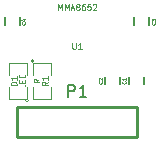
<source format=gto>
G04 (created by PCBNEW (2013-07-07 BZR 4022)-stable) date 1/30/2015 12:57:55 AM*
%MOIN*%
G04 Gerber Fmt 3.4, Leading zero omitted, Abs format*
%FSLAX34Y34*%
G01*
G70*
G90*
G04 APERTURE LIST*
%ADD10C,0.00590551*%
%ADD11C,0.0039*%
%ADD12C,0.01*%
%ADD13C,0.005*%
%ADD14C,0.0043*%
%ADD15C,0.008*%
%ADD16C,0.00492126*%
%ADD17C,0.0024*%
%ADD18R,0.055X0.035*%
%ADD19R,0.06X0.06*%
%ADD20C,0.06*%
%ADD21R,0.0255906X0.00885827*%
%ADD22R,0.059X0.0512*%
G04 APERTURE END LIST*
G54D10*
G54D11*
X83608Y-57420D02*
G75*
G03X83608Y-57420I-50J0D01*
G74*
G01*
X83558Y-57870D02*
X83558Y-57470D01*
X83558Y-57470D02*
X84158Y-57470D01*
X84158Y-57470D02*
X84158Y-57870D01*
X84158Y-58270D02*
X84158Y-58670D01*
X84158Y-58670D02*
X83558Y-58670D01*
X83558Y-58670D02*
X83558Y-58270D01*
X83420Y-58720D02*
G75*
G03X83420Y-58720I-50J0D01*
G74*
G01*
X83370Y-58270D02*
X83370Y-58670D01*
X83370Y-58670D02*
X82770Y-58670D01*
X82770Y-58670D02*
X82770Y-58270D01*
X82770Y-57870D02*
X82770Y-57470D01*
X82770Y-57470D02*
X83370Y-57470D01*
X83370Y-57470D02*
X83370Y-57870D01*
G54D12*
X87039Y-59948D02*
X83039Y-59948D01*
X87039Y-58948D02*
X83039Y-58948D01*
X83039Y-58948D02*
X83039Y-59948D01*
X87039Y-59948D02*
X87039Y-58948D01*
G54D13*
X85970Y-57820D02*
X86470Y-57820D01*
X85970Y-58320D02*
X86460Y-58320D01*
X85970Y-58470D02*
X85970Y-57670D01*
X85970Y-57670D02*
X86470Y-57670D01*
X86470Y-57670D02*
X86470Y-58470D01*
X86470Y-58470D02*
X85970Y-58470D01*
X87454Y-56352D02*
X86954Y-56352D01*
X87454Y-55852D02*
X86964Y-55852D01*
X87454Y-55702D02*
X87454Y-56502D01*
X87454Y-56502D02*
X86954Y-56502D01*
X86954Y-56502D02*
X86954Y-55702D01*
X86954Y-55702D02*
X87454Y-55702D01*
X83124Y-56352D02*
X82624Y-56352D01*
X83124Y-55852D02*
X82634Y-55852D01*
X83124Y-55702D02*
X83124Y-56502D01*
X83124Y-56502D02*
X82624Y-56502D01*
X82624Y-56502D02*
X82624Y-55702D01*
X82624Y-55702D02*
X83124Y-55702D01*
X86757Y-57820D02*
X87257Y-57820D01*
X86757Y-58320D02*
X87247Y-58320D01*
X86757Y-58470D02*
X86757Y-57670D01*
X86757Y-57670D02*
X87257Y-57670D01*
X87257Y-57670D02*
X87257Y-58470D01*
X87257Y-58470D02*
X86757Y-58470D01*
G54D14*
X84063Y-58103D02*
X83969Y-58169D01*
X84063Y-58216D02*
X83866Y-58216D01*
X83866Y-58141D01*
X83875Y-58122D01*
X83884Y-58113D01*
X83903Y-58103D01*
X83931Y-58103D01*
X83950Y-58113D01*
X83959Y-58122D01*
X83969Y-58141D01*
X83969Y-58216D01*
X84063Y-57916D02*
X84063Y-58028D01*
X84063Y-57972D02*
X83866Y-57972D01*
X83894Y-57991D01*
X83912Y-58009D01*
X83922Y-58028D01*
X83788Y-58009D02*
X83694Y-58075D01*
X83788Y-58122D02*
X83591Y-58122D01*
X83591Y-58047D01*
X83600Y-58028D01*
X83609Y-58019D01*
X83628Y-58009D01*
X83656Y-58009D01*
X83675Y-58019D01*
X83684Y-58028D01*
X83694Y-58047D01*
X83694Y-58122D01*
X83025Y-58216D02*
X82828Y-58216D01*
X82828Y-58169D01*
X82837Y-58141D01*
X82856Y-58122D01*
X82875Y-58113D01*
X82913Y-58103D01*
X82941Y-58103D01*
X82978Y-58113D01*
X82997Y-58122D01*
X83016Y-58141D01*
X83025Y-58169D01*
X83025Y-58216D01*
X83025Y-57916D02*
X83025Y-58028D01*
X83025Y-57972D02*
X82828Y-57972D01*
X82856Y-57991D01*
X82875Y-58009D01*
X82884Y-58028D01*
X83300Y-58197D02*
X83300Y-58291D01*
X83103Y-58291D01*
X83197Y-58131D02*
X83197Y-58066D01*
X83300Y-58038D02*
X83300Y-58131D01*
X83103Y-58131D01*
X83103Y-58038D01*
X83300Y-57953D02*
X83103Y-57953D01*
X83103Y-57906D01*
X83112Y-57878D01*
X83131Y-57859D01*
X83150Y-57850D01*
X83188Y-57841D01*
X83216Y-57841D01*
X83253Y-57850D01*
X83272Y-57859D01*
X83291Y-57878D01*
X83300Y-57906D01*
X83300Y-57953D01*
G54D15*
X84744Y-58610D02*
X84744Y-58210D01*
X84896Y-58210D01*
X84934Y-58229D01*
X84953Y-58248D01*
X84972Y-58286D01*
X84972Y-58344D01*
X84953Y-58382D01*
X84934Y-58401D01*
X84896Y-58420D01*
X84744Y-58420D01*
X85353Y-58610D02*
X85125Y-58610D01*
X85239Y-58610D02*
X85239Y-58210D01*
X85201Y-58267D01*
X85163Y-58305D01*
X85125Y-58325D01*
G54D16*
X84889Y-56811D02*
X84889Y-56971D01*
X84898Y-56990D01*
X84908Y-56999D01*
X84926Y-57008D01*
X84964Y-57008D01*
X84983Y-56999D01*
X84992Y-56990D01*
X85001Y-56971D01*
X85001Y-56811D01*
X85198Y-57008D02*
X85086Y-57008D01*
X85142Y-57008D02*
X85142Y-56811D01*
X85123Y-56840D01*
X85104Y-56858D01*
X85086Y-56868D01*
X84401Y-55709D02*
X84401Y-55512D01*
X84467Y-55653D01*
X84533Y-55512D01*
X84533Y-55709D01*
X84626Y-55709D02*
X84626Y-55512D01*
X84692Y-55653D01*
X84758Y-55512D01*
X84758Y-55709D01*
X84842Y-55653D02*
X84936Y-55653D01*
X84823Y-55709D02*
X84889Y-55512D01*
X84955Y-55709D01*
X85048Y-55597D02*
X85029Y-55587D01*
X85020Y-55578D01*
X85011Y-55559D01*
X85011Y-55550D01*
X85020Y-55531D01*
X85029Y-55522D01*
X85048Y-55512D01*
X85086Y-55512D01*
X85104Y-55522D01*
X85114Y-55531D01*
X85123Y-55550D01*
X85123Y-55559D01*
X85114Y-55578D01*
X85104Y-55587D01*
X85086Y-55597D01*
X85048Y-55597D01*
X85029Y-55606D01*
X85020Y-55615D01*
X85011Y-55634D01*
X85011Y-55672D01*
X85020Y-55690D01*
X85029Y-55700D01*
X85048Y-55709D01*
X85086Y-55709D01*
X85104Y-55700D01*
X85114Y-55690D01*
X85123Y-55672D01*
X85123Y-55634D01*
X85114Y-55615D01*
X85104Y-55606D01*
X85086Y-55597D01*
X85292Y-55512D02*
X85254Y-55512D01*
X85236Y-55522D01*
X85226Y-55531D01*
X85208Y-55559D01*
X85198Y-55597D01*
X85198Y-55672D01*
X85208Y-55690D01*
X85217Y-55700D01*
X85236Y-55709D01*
X85273Y-55709D01*
X85292Y-55700D01*
X85301Y-55690D01*
X85311Y-55672D01*
X85311Y-55625D01*
X85301Y-55606D01*
X85292Y-55597D01*
X85273Y-55587D01*
X85236Y-55587D01*
X85217Y-55597D01*
X85208Y-55606D01*
X85198Y-55625D01*
X85489Y-55512D02*
X85395Y-55512D01*
X85386Y-55606D01*
X85395Y-55597D01*
X85414Y-55587D01*
X85461Y-55587D01*
X85479Y-55597D01*
X85489Y-55606D01*
X85498Y-55625D01*
X85498Y-55672D01*
X85489Y-55690D01*
X85479Y-55700D01*
X85461Y-55709D01*
X85414Y-55709D01*
X85395Y-55700D01*
X85386Y-55690D01*
X85573Y-55531D02*
X85583Y-55522D01*
X85601Y-55512D01*
X85648Y-55512D01*
X85667Y-55522D01*
X85676Y-55531D01*
X85686Y-55550D01*
X85686Y-55568D01*
X85676Y-55597D01*
X85564Y-55709D01*
X85686Y-55709D01*
G54D17*
X85866Y-58090D02*
X85872Y-58096D01*
X85878Y-58113D01*
X85878Y-58124D01*
X85872Y-58141D01*
X85861Y-58152D01*
X85850Y-58157D01*
X85827Y-58163D01*
X85810Y-58163D01*
X85788Y-58157D01*
X85777Y-58152D01*
X85765Y-58141D01*
X85760Y-58124D01*
X85760Y-58113D01*
X85765Y-58096D01*
X85771Y-58090D01*
X85771Y-58045D02*
X85765Y-58039D01*
X85760Y-58028D01*
X85760Y-58000D01*
X85765Y-57989D01*
X85771Y-57983D01*
X85782Y-57978D01*
X85793Y-57978D01*
X85810Y-57983D01*
X85878Y-58051D01*
X85878Y-57978D01*
X87631Y-56122D02*
X87636Y-56127D01*
X87642Y-56144D01*
X87642Y-56155D01*
X87636Y-56172D01*
X87625Y-56183D01*
X87614Y-56189D01*
X87591Y-56195D01*
X87575Y-56195D01*
X87552Y-56189D01*
X87541Y-56183D01*
X87530Y-56172D01*
X87524Y-56155D01*
X87524Y-56144D01*
X87530Y-56127D01*
X87535Y-56122D01*
X87524Y-56082D02*
X87524Y-56009D01*
X87569Y-56048D01*
X87569Y-56032D01*
X87575Y-56020D01*
X87580Y-56015D01*
X87591Y-56009D01*
X87620Y-56009D01*
X87631Y-56015D01*
X87636Y-56020D01*
X87642Y-56032D01*
X87642Y-56065D01*
X87636Y-56077D01*
X87631Y-56082D01*
X83300Y-56122D02*
X83306Y-56127D01*
X83311Y-56144D01*
X83311Y-56155D01*
X83306Y-56172D01*
X83294Y-56183D01*
X83283Y-56189D01*
X83261Y-56195D01*
X83244Y-56195D01*
X83221Y-56189D01*
X83210Y-56183D01*
X83199Y-56172D01*
X83193Y-56155D01*
X83193Y-56144D01*
X83199Y-56127D01*
X83205Y-56122D01*
X83233Y-56020D02*
X83311Y-56020D01*
X83188Y-56048D02*
X83272Y-56077D01*
X83272Y-56004D01*
X86654Y-58090D02*
X86660Y-58096D01*
X86665Y-58113D01*
X86665Y-58124D01*
X86660Y-58141D01*
X86648Y-58152D01*
X86637Y-58157D01*
X86615Y-58163D01*
X86598Y-58163D01*
X86575Y-58157D01*
X86564Y-58152D01*
X86553Y-58141D01*
X86547Y-58124D01*
X86547Y-58113D01*
X86553Y-58096D01*
X86558Y-58090D01*
X86665Y-57978D02*
X86665Y-58045D01*
X86665Y-58011D02*
X86547Y-58011D01*
X86564Y-58023D01*
X86575Y-58034D01*
X86581Y-58045D01*
%LPC*%
G54D18*
X83858Y-57695D03*
X83858Y-58445D03*
X83070Y-58445D03*
X83070Y-57695D03*
G54D19*
X83539Y-59448D03*
G54D20*
X84539Y-59448D03*
X85539Y-59448D03*
X86539Y-59448D03*
G54D21*
X85393Y-56614D03*
X85393Y-56456D03*
X85393Y-56299D03*
X85393Y-56141D03*
X85393Y-55984D03*
X84685Y-55984D03*
X84685Y-56141D03*
X84685Y-56299D03*
X84685Y-56456D03*
X84685Y-56614D03*
G54D22*
X86220Y-57695D03*
X86220Y-58445D03*
X87204Y-56477D03*
X87204Y-55727D03*
X82874Y-56477D03*
X82874Y-55727D03*
X87007Y-57695D03*
X87007Y-58445D03*
M02*

</source>
